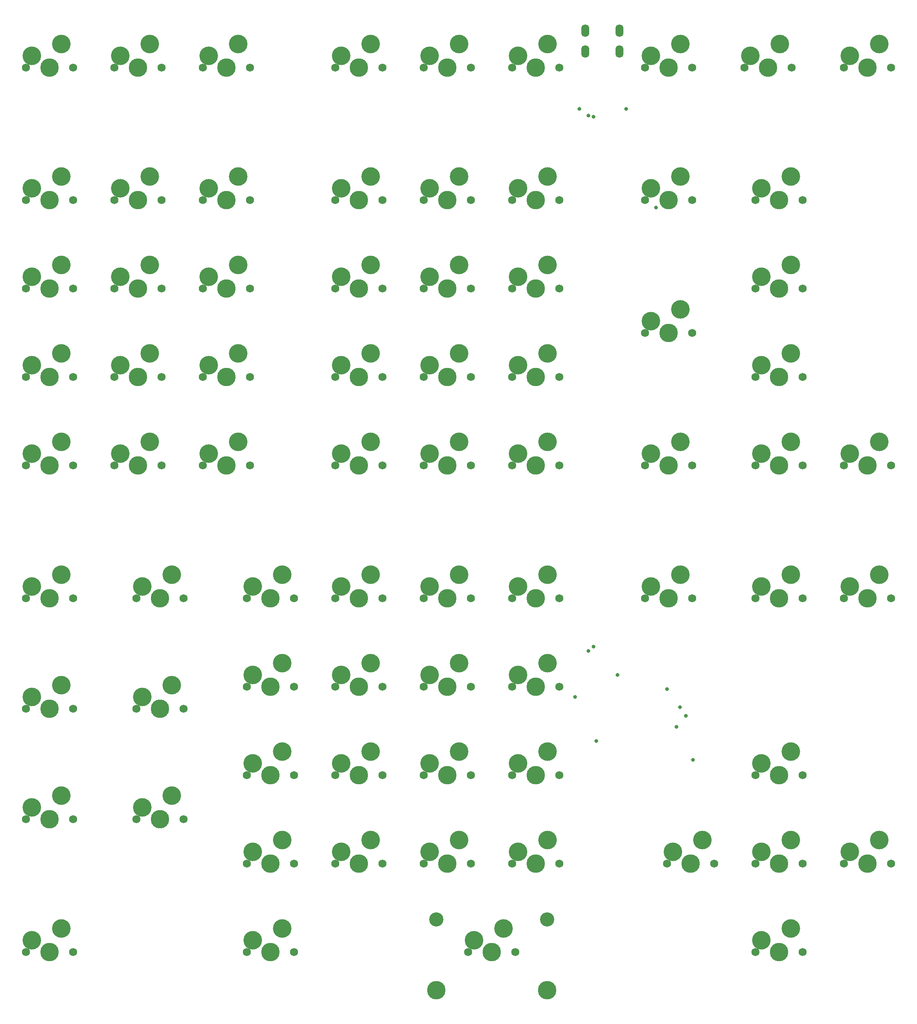
<source format=gbr>
%TF.GenerationSoftware,KiCad,Pcbnew,(6.0.11)*%
%TF.CreationDate,2023-02-04T13:18:20-08:00*%
%TF.ProjectId,MA Command Keyboard changed footprint,4d412043-6f6d-46d6-916e-64204b657962,rev?*%
%TF.SameCoordinates,Original*%
%TF.FileFunction,Soldermask,Top*%
%TF.FilePolarity,Negative*%
%FSLAX46Y46*%
G04 Gerber Fmt 4.6, Leading zero omitted, Abs format (unit mm)*
G04 Created by KiCad (PCBNEW (6.0.11)) date 2023-02-04 13:18:20*
%MOMM*%
%LPD*%
G01*
G04 APERTURE LIST*
%ADD10C,1.750000*%
%ADD11C,3.987800*%
%ADD12C,4.000000*%
%ADD13C,3.048000*%
%ADD14O,1.700000X2.700000*%
%ADD15C,0.800000*%
G04 APERTURE END LIST*
D10*
%TO.C,MX11*%
X-313083600Y-84162900D03*
X-302923600Y-84162900D03*
D11*
X-308003600Y-84162900D03*
D12*
X-311813600Y-81622900D03*
X-305463600Y-79082900D03*
%TD*%
D10*
%TO.C,MX61*%
X-236248600Y-207987900D03*
D11*
X-241328600Y-207987900D03*
D10*
X-246408600Y-207987900D03*
D12*
X-245138600Y-205447900D03*
X-238788600Y-202907900D03*
%TD*%
D10*
%TO.C,MX25*%
X-332133600Y-122262900D03*
X-321973600Y-122262900D03*
D11*
X-327053600Y-122262900D03*
D12*
X-330863600Y-119722900D03*
X-324513600Y-117182900D03*
%TD*%
D11*
%TO.C,MX5*%
X-241328600Y-55587900D03*
D10*
X-236248600Y-55587900D03*
X-246408600Y-55587900D03*
D12*
X-245138600Y-53047900D03*
X-238788600Y-50507900D03*
%TD*%
D10*
%TO.C,MX6*%
X-227358600Y-55587900D03*
D11*
X-222278600Y-55587900D03*
D10*
X-217198600Y-55587900D03*
D12*
X-226088600Y-53047900D03*
X-219738600Y-50507900D03*
%TD*%
D10*
%TO.C,MX51*%
X-321973600Y-193700400D03*
X-332133600Y-193700400D03*
D11*
X-327053600Y-193700400D03*
D12*
X-330863600Y-191160400D03*
X-324513600Y-188620400D03*
%TD*%
D11*
%TO.C,MX46*%
X-241328600Y-169887900D03*
D10*
X-236248600Y-169887900D03*
X-246408600Y-169887900D03*
D12*
X-245138600Y-167347900D03*
X-238788600Y-164807900D03*
%TD*%
D10*
%TO.C,MX72*%
X-227358600Y-227037900D03*
X-217198600Y-227037900D03*
D11*
X-222278600Y-227037900D03*
D12*
X-226088600Y-224497900D03*
X-219738600Y-221957900D03*
%TD*%
D10*
%TO.C,MX57*%
X-332133600Y-217512900D03*
D11*
X-327053600Y-217512900D03*
D10*
X-321973600Y-217512900D03*
D12*
X-330863600Y-214972900D03*
X-324513600Y-212432900D03*
%TD*%
D10*
%TO.C,MX19*%
X-302923600Y-103212900D03*
X-313083600Y-103212900D03*
D11*
X-308003600Y-103212900D03*
D12*
X-311813600Y-100672900D03*
X-305463600Y-98132900D03*
%TD*%
D11*
%TO.C,MX69*%
X-260378600Y-227037900D03*
D10*
X-255298600Y-227037900D03*
X-265458600Y-227037900D03*
D12*
X-264188600Y-224497900D03*
X-257838600Y-221957900D03*
%TD*%
D10*
%TO.C,MX55*%
X-236248600Y-188937900D03*
D11*
X-241328600Y-188937900D03*
D10*
X-246408600Y-188937900D03*
D12*
X-245138600Y-186397900D03*
X-238788600Y-183857900D03*
%TD*%
D11*
%TO.C,MX22*%
X-241328600Y-103212900D03*
D10*
X-246408600Y-103212900D03*
X-236248600Y-103212900D03*
D12*
X-245138600Y-100672900D03*
X-238788600Y-98132900D03*
%TD*%
D10*
%TO.C,MX9*%
X-155921100Y-55587900D03*
X-145761100Y-55587900D03*
D11*
X-150841100Y-55587900D03*
D12*
X-154651100Y-53047900D03*
X-148301100Y-50507900D03*
%TD*%
D11*
%TO.C,MX67*%
X-279428600Y-246087900D03*
D10*
X-284508600Y-246087900D03*
X-274348600Y-246087900D03*
D12*
X-283238600Y-243547900D03*
X-276888600Y-241007900D03*
%TD*%
D10*
%TO.C,MX49*%
X-174971100Y-169887900D03*
D11*
X-169891100Y-169887900D03*
D10*
X-164811100Y-169887900D03*
D12*
X-173701100Y-167347900D03*
X-167351100Y-164807900D03*
%TD*%
D11*
%TO.C,MX35*%
X-288953600Y-141312900D03*
D10*
X-294033600Y-141312900D03*
X-283873600Y-141312900D03*
D12*
X-292763600Y-138772900D03*
X-286413600Y-136232900D03*
%TD*%
D10*
%TO.C,MX36*%
X-265458600Y-141312900D03*
X-255298600Y-141312900D03*
D11*
X-260378600Y-141312900D03*
D12*
X-264188600Y-138772900D03*
X-257838600Y-136232900D03*
%TD*%
D10*
%TO.C,MX12*%
X-294033600Y-84162900D03*
X-283873600Y-84162900D03*
D11*
X-288953600Y-84162900D03*
D12*
X-292763600Y-81622900D03*
X-286413600Y-79082900D03*
%TD*%
D11*
%TO.C,MX68*%
X-279428600Y-227037900D03*
D10*
X-274348600Y-227037900D03*
X-284508600Y-227037900D03*
D12*
X-283238600Y-224497900D03*
X-276888600Y-221957900D03*
%TD*%
D11*
%TO.C,MX42*%
X-327053600Y-169887900D03*
D10*
X-321973600Y-169887900D03*
X-332133600Y-169887900D03*
D12*
X-330863600Y-167347900D03*
X-324513600Y-164807900D03*
%TD*%
D10*
%TO.C,MX52*%
X-308321100Y-193700400D03*
X-298161100Y-193700400D03*
D11*
X-303241100Y-193700400D03*
D12*
X-307051100Y-191160400D03*
X-300701100Y-188620400D03*
%TD*%
D11*
%TO.C,S71*%
X-243709850Y-254342900D03*
D13*
X-219897350Y-239102900D03*
D11*
X-219897350Y-254342900D03*
D13*
X-243709850Y-239102900D03*
%TD*%
D10*
%TO.C,MX15*%
X-227358600Y-84162900D03*
X-217198600Y-84162900D03*
D11*
X-222278600Y-84162900D03*
D12*
X-226088600Y-81622900D03*
X-219738600Y-79082900D03*
%TD*%
D11*
%TO.C,MX14*%
X-241328600Y-84162900D03*
D10*
X-236248600Y-84162900D03*
X-246408600Y-84162900D03*
D12*
X-245138600Y-81622900D03*
X-238788600Y-79082900D03*
%TD*%
D10*
%TO.C,MX53*%
X-284508600Y-188937900D03*
D11*
X-279428600Y-188937900D03*
D10*
X-274348600Y-188937900D03*
D12*
X-283238600Y-186397900D03*
X-276888600Y-183857900D03*
%TD*%
D11*
%TO.C,MX40*%
X-169891100Y-141312900D03*
D10*
X-174971100Y-141312900D03*
X-164811100Y-141312900D03*
D12*
X-173701100Y-138772900D03*
X-167351100Y-136232900D03*
%TD*%
D10*
%TO.C,MX66*%
X-332133600Y-246087900D03*
X-321973600Y-246087900D03*
D11*
X-327053600Y-246087900D03*
D12*
X-330863600Y-243547900D03*
X-324513600Y-241007900D03*
%TD*%
D10*
%TO.C,MX10*%
X-332133600Y-84162900D03*
D11*
X-327053600Y-84162900D03*
D10*
X-321973600Y-84162900D03*
D12*
X-330863600Y-81622900D03*
X-324513600Y-79082900D03*
%TD*%
D11*
%TO.C,MX21*%
X-260378600Y-103212900D03*
D10*
X-255298600Y-103212900D03*
X-265458600Y-103212900D03*
D12*
X-264188600Y-100672900D03*
X-257838600Y-98132900D03*
%TD*%
D11*
%TO.C,MX62*%
X-222278600Y-207987900D03*
D10*
X-217198600Y-207987900D03*
X-227358600Y-207987900D03*
D12*
X-226088600Y-205447900D03*
X-219738600Y-202907900D03*
%TD*%
D10*
%TO.C,MX32*%
X-174971100Y-122262900D03*
D11*
X-169891100Y-122262900D03*
D10*
X-164811100Y-122262900D03*
D12*
X-173701100Y-119722900D03*
X-167351100Y-117182900D03*
%TD*%
D10*
%TO.C,MX56*%
X-217198600Y-188937900D03*
X-227358600Y-188937900D03*
D11*
X-222278600Y-188937900D03*
D12*
X-226088600Y-186397900D03*
X-219738600Y-183857900D03*
%TD*%
D11*
%TO.C,MX38*%
X-222278600Y-141312900D03*
D10*
X-217198600Y-141312900D03*
X-227358600Y-141312900D03*
D12*
X-226088600Y-138772900D03*
X-219738600Y-136232900D03*
%TD*%
D10*
%TO.C,MX44*%
X-284508600Y-169887900D03*
X-274348600Y-169887900D03*
D11*
X-279428600Y-169887900D03*
D12*
X-283238600Y-167347900D03*
X-276888600Y-164807900D03*
%TD*%
D10*
%TO.C,MX74*%
X-164811100Y-227037900D03*
D11*
X-169891100Y-227037900D03*
D10*
X-174971100Y-227037900D03*
D12*
X-173701100Y-224497900D03*
X-167351100Y-221957900D03*
%TD*%
D10*
%TO.C,MX28*%
X-265458600Y-122262900D03*
X-255298600Y-122262900D03*
D11*
X-260378600Y-122262900D03*
D12*
X-264188600Y-119722900D03*
X-257838600Y-117182900D03*
%TD*%
D11*
%TO.C,MX30*%
X-222278600Y-122262900D03*
D10*
X-217198600Y-122262900D03*
X-227358600Y-122262900D03*
D12*
X-226088600Y-119722900D03*
X-219738600Y-117182900D03*
%TD*%
D10*
%TO.C,MX63*%
X-194021100Y-227037900D03*
X-183861100Y-227037900D03*
D11*
X-188941100Y-227037900D03*
D12*
X-192751100Y-224497900D03*
X-186401100Y-221957900D03*
%TD*%
D10*
%TO.C,MX60*%
X-265458600Y-207987900D03*
X-255298600Y-207987900D03*
D11*
X-260378600Y-207987900D03*
D12*
X-264188600Y-205447900D03*
X-257838600Y-202907900D03*
%TD*%
D10*
%TO.C,MX45*%
X-265458600Y-169887900D03*
D11*
X-260378600Y-169887900D03*
D10*
X-255298600Y-169887900D03*
D12*
X-264188600Y-167347900D03*
X-257838600Y-164807900D03*
%TD*%
D10*
%TO.C,MX64*%
X-164811100Y-207987900D03*
D11*
X-169891100Y-207987900D03*
D10*
X-174971100Y-207987900D03*
D12*
X-173701100Y-205447900D03*
X-167351100Y-202907900D03*
%TD*%
D11*
%TO.C,MX26*%
X-308003600Y-122262900D03*
D10*
X-302923600Y-122262900D03*
X-313083600Y-122262900D03*
D12*
X-311813600Y-119722900D03*
X-305463600Y-117182900D03*
%TD*%
D10*
%TO.C,MX24*%
X-174971100Y-103212900D03*
X-164811100Y-103212900D03*
D11*
X-169891100Y-103212900D03*
D12*
X-173701100Y-100672900D03*
X-167351100Y-98132900D03*
%TD*%
D10*
%TO.C,MX13*%
X-255298600Y-84162900D03*
D11*
X-260378600Y-84162900D03*
D10*
X-265458600Y-84162900D03*
D12*
X-264188600Y-81622900D03*
X-257838600Y-79082900D03*
%TD*%
D10*
%TO.C,MX71*%
X-236883600Y-246087900D03*
X-226723600Y-246087900D03*
D11*
X-231803600Y-246087900D03*
D12*
X-235613600Y-243547900D03*
X-229263600Y-241007900D03*
%TD*%
D11*
%TO.C,MX37*%
X-241328600Y-141312900D03*
D10*
X-236248600Y-141312900D03*
X-246408600Y-141312900D03*
D12*
X-245138600Y-138772900D03*
X-238788600Y-136232900D03*
%TD*%
D10*
%TO.C,MX1*%
X-321973600Y-55587900D03*
X-332133600Y-55587900D03*
D11*
X-327053600Y-55587900D03*
D12*
X-330863600Y-53047900D03*
X-324513600Y-50507900D03*
%TD*%
D10*
%TO.C,MX23*%
X-217198600Y-103212900D03*
X-227358600Y-103212900D03*
D11*
X-222278600Y-103212900D03*
D12*
X-226088600Y-100672900D03*
X-219738600Y-98132900D03*
%TD*%
D10*
%TO.C,MX47*%
X-227358600Y-169887900D03*
X-217198600Y-169887900D03*
D11*
X-222278600Y-169887900D03*
D12*
X-226088600Y-167347900D03*
X-219738600Y-164807900D03*
%TD*%
D10*
%TO.C,MX3*%
X-283873600Y-55587900D03*
D11*
X-288953600Y-55587900D03*
D10*
X-294033600Y-55587900D03*
D12*
X-292763600Y-53047900D03*
X-286413600Y-50507900D03*
%TD*%
D10*
%TO.C,MX70*%
X-236248600Y-227037900D03*
X-246408600Y-227037900D03*
D11*
X-241328600Y-227037900D03*
D12*
X-245138600Y-224497900D03*
X-238788600Y-221957900D03*
%TD*%
D10*
%TO.C,MX16*%
X-188623600Y-84162900D03*
X-198783600Y-84162900D03*
D11*
X-193703600Y-84162900D03*
D12*
X-197513600Y-81622900D03*
X-191163600Y-79082900D03*
%TD*%
D10*
%TO.C,MX8*%
X-177352300Y-55587900D03*
X-167192300Y-55587900D03*
D11*
X-172272300Y-55587900D03*
D12*
X-176082300Y-53047900D03*
X-169732300Y-50507900D03*
%TD*%
D10*
%TO.C,MX33*%
X-321973600Y-141312900D03*
X-332133600Y-141312900D03*
D11*
X-327053600Y-141312900D03*
D12*
X-330863600Y-138772900D03*
X-324513600Y-136232900D03*
%TD*%
D10*
%TO.C,MX2*%
X-313083600Y-55587900D03*
D11*
X-308003600Y-55587900D03*
D10*
X-302923600Y-55587900D03*
D12*
X-311813600Y-53047900D03*
X-305463600Y-50507900D03*
%TD*%
D10*
%TO.C,MX27*%
X-294033600Y-122262900D03*
X-283873600Y-122262900D03*
D11*
X-288953600Y-122262900D03*
D12*
X-292763600Y-119722900D03*
X-286413600Y-117182900D03*
%TD*%
D11*
%TO.C,MX31*%
X-193703600Y-112737900D03*
D10*
X-198783600Y-112737900D03*
X-188623600Y-112737900D03*
D12*
X-197513600Y-110197900D03*
X-191163600Y-107657900D03*
%TD*%
D11*
%TO.C,MX50*%
X-150841100Y-169887900D03*
D10*
X-155921100Y-169887900D03*
X-145761100Y-169887900D03*
D12*
X-154651100Y-167347900D03*
X-148301100Y-164807900D03*
%TD*%
D11*
%TO.C,MX41*%
X-150841100Y-141312900D03*
D10*
X-155921100Y-141312900D03*
X-145761100Y-141312900D03*
D12*
X-154651100Y-138772900D03*
X-148301100Y-136232900D03*
%TD*%
D10*
%TO.C,MX59*%
X-284508600Y-207987900D03*
X-274348600Y-207987900D03*
D11*
X-279428600Y-207987900D03*
D12*
X-283238600Y-205447900D03*
X-276888600Y-202907900D03*
%TD*%
D11*
%TO.C,MX65*%
X-150841100Y-227037900D03*
D10*
X-155921100Y-227037900D03*
X-145761100Y-227037900D03*
D12*
X-154651100Y-224497900D03*
X-148301100Y-221957900D03*
%TD*%
D10*
%TO.C,MX48*%
X-198783600Y-169887900D03*
X-188623600Y-169887900D03*
D11*
X-193703600Y-169887900D03*
D12*
X-197513600Y-167347900D03*
X-191163600Y-164807900D03*
%TD*%
D11*
%TO.C,MX58*%
X-303241100Y-217512900D03*
D10*
X-308321100Y-217512900D03*
X-298161100Y-217512900D03*
D12*
X-307051100Y-214972900D03*
X-300701100Y-212432900D03*
%TD*%
D10*
%TO.C,MX73*%
X-164811100Y-246087900D03*
D11*
X-169891100Y-246087900D03*
D10*
X-174971100Y-246087900D03*
D12*
X-173701100Y-243547900D03*
X-167351100Y-241007900D03*
%TD*%
D10*
%TO.C,MX20*%
X-294033600Y-103212900D03*
D11*
X-288953600Y-103212900D03*
D10*
X-283873600Y-103212900D03*
D12*
X-292763600Y-100672900D03*
X-286413600Y-98132900D03*
%TD*%
D10*
%TO.C,MX43*%
X-308321100Y-169887900D03*
D11*
X-303241100Y-169887900D03*
D10*
X-298161100Y-169887900D03*
D12*
X-307051100Y-167347900D03*
X-300701100Y-164807900D03*
%TD*%
D10*
%TO.C,MX34*%
X-313083600Y-141312900D03*
D11*
X-308003600Y-141312900D03*
D10*
X-302923600Y-141312900D03*
D12*
X-311813600Y-138772900D03*
X-305463600Y-136232900D03*
%TD*%
D10*
%TO.C,MX39*%
X-188623600Y-141312900D03*
D11*
X-193703600Y-141312900D03*
D10*
X-198783600Y-141312900D03*
D12*
X-197513600Y-138772900D03*
X-191163600Y-136232900D03*
%TD*%
D10*
%TO.C,MX17*%
X-164811100Y-84162900D03*
D11*
X-169891100Y-84162900D03*
D10*
X-174971100Y-84162900D03*
D12*
X-173701100Y-81622900D03*
X-167351100Y-79082900D03*
%TD*%
D10*
%TO.C,MX4*%
X-255298600Y-55587900D03*
X-265458600Y-55587900D03*
D11*
X-260378600Y-55587900D03*
D12*
X-264188600Y-53047900D03*
X-257838600Y-50507900D03*
%TD*%
D11*
%TO.C,MX7*%
X-193703600Y-55587900D03*
D10*
X-188623600Y-55587900D03*
X-198783600Y-55587900D03*
D12*
X-197513600Y-53047900D03*
X-191163600Y-50507900D03*
%TD*%
D10*
%TO.C,MX18*%
X-321973600Y-103212900D03*
D11*
X-327053600Y-103212900D03*
D10*
X-332133600Y-103212900D03*
D12*
X-330863600Y-100672900D03*
X-324513600Y-98132900D03*
%TD*%
D10*
%TO.C,MX54*%
X-265458600Y-188937900D03*
X-255298600Y-188937900D03*
D11*
X-260378600Y-188937900D03*
D12*
X-264188600Y-186397900D03*
X-257838600Y-183857900D03*
%TD*%
D10*
%TO.C,MX29*%
X-246408600Y-122262900D03*
D11*
X-241328600Y-122262900D03*
D10*
X-236248600Y-122262900D03*
D12*
X-245138600Y-119722900D03*
X-238788600Y-117182900D03*
%TD*%
D14*
%TO.C,USB1*%
X-204312500Y-47625000D03*
X-211612500Y-52125000D03*
X-211612500Y-47625000D03*
X-204312500Y-52125000D03*
%TD*%
D15*
X-196364000Y-85737100D03*
X-190005000Y-195250000D03*
X-209901000Y-66175400D03*
X-209901000Y-180307000D03*
X-202796000Y-64516000D03*
X-212946000Y-64516000D03*
X-209296000Y-200660000D03*
X-194051000Y-189481000D03*
X-188468000Y-204724000D03*
X-204724000Y-186436000D03*
X-192024000Y-197612000D03*
X-191200000Y-193370000D03*
X-210993000Y-65937400D03*
X-210993000Y-181228000D03*
X-213874000Y-191112000D03*
M02*

</source>
